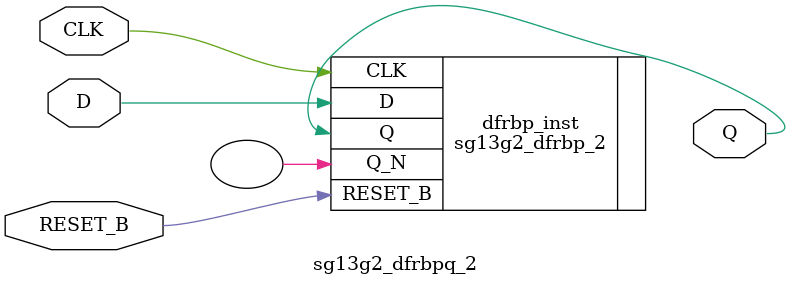
<source format=v>
module sg13g2_dfrbpq_1(
    input wire RESET_B,
    input wire D,
    output wire Q,
    input wire CLK
);

sg13g2_dfrbp_1 dfrbp_inst (
    .RESET_B(RESET_B),
    .D(D),
    .Q(Q),
    .CLK(CLK),
    .Q_N()
);

endmodule

module sg13g2_dfrbpq_2(
    input wire RESET_B,
    input wire D,
    output wire Q,
    input wire CLK
);

sg13g2_dfrbp_2 dfrbp_inst (
    .RESET_B(RESET_B),
    .D(D),
    .Q(Q),
    .CLK(CLK),
    .Q_N()
);

endmodule
</source>
